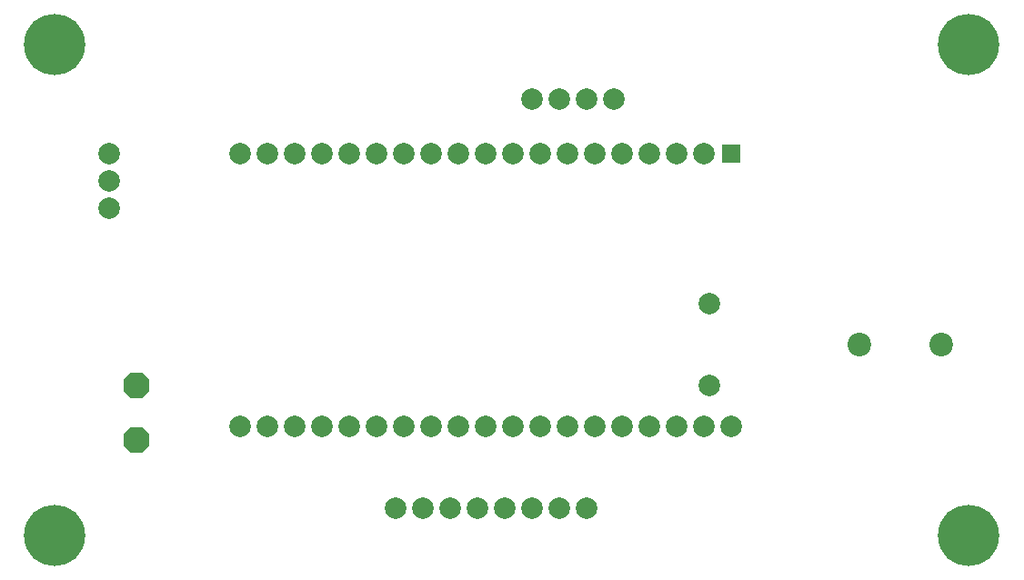
<source format=gbs>
G04 Layer_Color=16711935*
%FSLAX42Y42*%
%MOMM*%
G71*
G01*
G75*
%ADD21C,2.00*%
%ADD22P,2.60X8X292.5*%
%ADD23C,5.70*%
%ADD24C,2.20*%
%ADD25R,1.76X1.76*%
D21*
X11247Y8763D02*
D03*
X6929D02*
D03*
X10993D02*
D03*
X10739D02*
D03*
X10485D02*
D03*
X10231D02*
D03*
X9977D02*
D03*
X9723D02*
D03*
X9469D02*
D03*
X9215D02*
D03*
X8961D02*
D03*
X8707D02*
D03*
X8453D02*
D03*
X8199D02*
D03*
X7945D02*
D03*
X7691D02*
D03*
X7437D02*
D03*
X7183D02*
D03*
X11501Y6223D02*
D03*
X11247D02*
D03*
X10993D02*
D03*
X10739D02*
D03*
X10485D02*
D03*
X10231D02*
D03*
X9977D02*
D03*
X9723D02*
D03*
X9469D02*
D03*
X9215D02*
D03*
X8961D02*
D03*
X8707D02*
D03*
X8453D02*
D03*
X8199D02*
D03*
X7945D02*
D03*
X7691D02*
D03*
X7437D02*
D03*
X7183D02*
D03*
X6929D02*
D03*
X9652Y9271D02*
D03*
X9906D02*
D03*
X10160D02*
D03*
X10414D02*
D03*
X11303Y7366D02*
D03*
Y6604D02*
D03*
X5715Y8763D02*
D03*
Y8509D02*
D03*
Y8255D02*
D03*
X8382Y5461D02*
D03*
X8636D02*
D03*
X8890D02*
D03*
X9144D02*
D03*
X9398D02*
D03*
X9652D02*
D03*
X9906D02*
D03*
X10160D02*
D03*
D22*
X5969Y6096D02*
D03*
Y6604D02*
D03*
D23*
X5207Y9779D02*
D03*
X13716D02*
D03*
Y5207D02*
D03*
X5207D02*
D03*
D24*
X13462Y6985D02*
D03*
X12700D02*
D03*
D25*
X11501Y8763D02*
D03*
M02*

</source>
